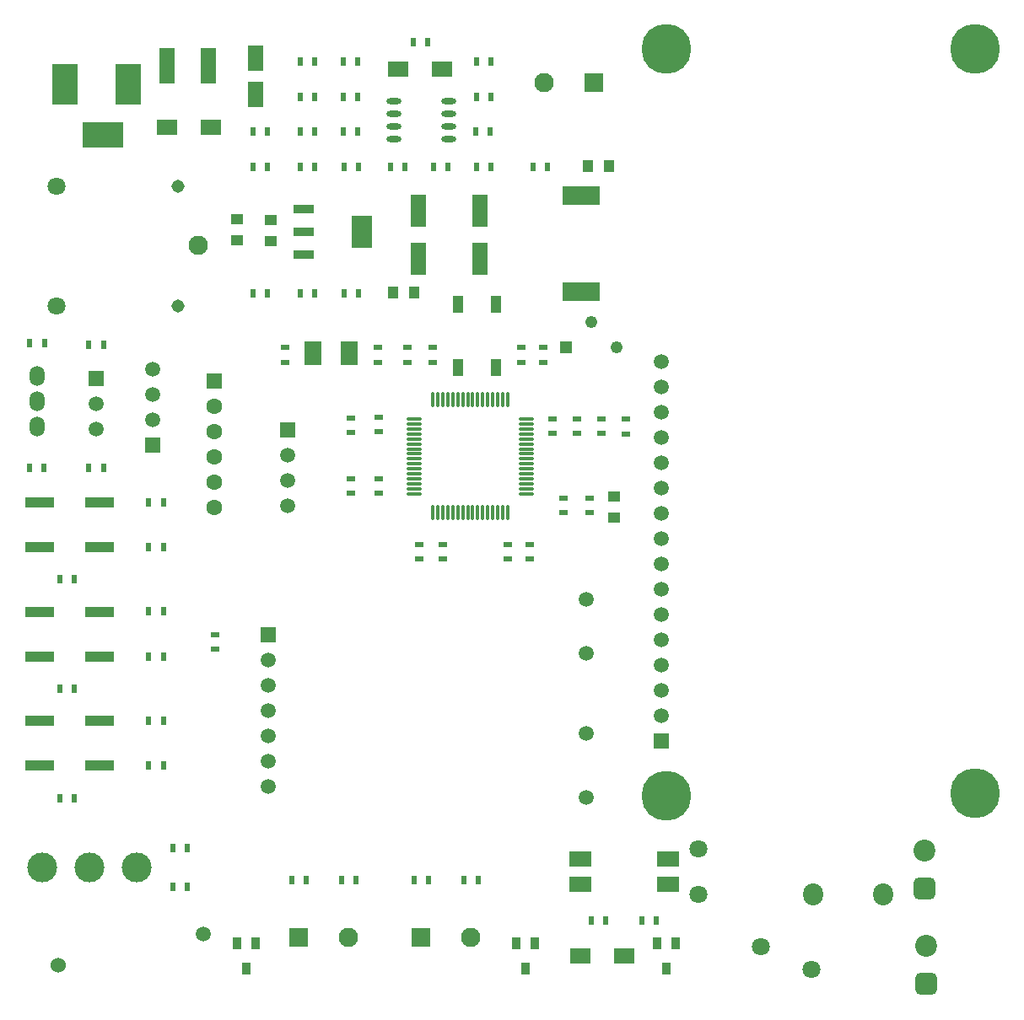
<source format=gbr>
%TF.GenerationSoftware,Altium Limited,Altium Designer,24.9.1 (31)*%
G04 Layer_Color=255*
%FSLAX45Y45*%
%MOMM*%
%TF.SameCoordinates,54C84388-69FA-44E8-9161-08C7B8D1B229*%
%TF.FilePolarity,Positive*%
%TF.FileFunction,Pads,Top*%
%TF.Part,Single*%
G01*
G75*
%TA.AperFunction,SMDPad,CuDef*%
%ADD10R,0.55000X0.90000*%
%ADD11R,0.85000X1.20000*%
%ADD12R,2.10000X1.55000*%
%ADD13R,0.90000X0.55000*%
%ADD14R,1.20000X1.10000*%
%ADD15R,3.80000X1.90000*%
%ADD16R,3.00000X1.00000*%
G04:AMPARAMS|DCode=17|XSize=1.49mm|YSize=0.28mm|CornerRadius=0.07mm|HoleSize=0mm|Usage=FLASHONLY|Rotation=0.000|XOffset=0mm|YOffset=0mm|HoleType=Round|Shape=RoundedRectangle|*
%AMROUNDEDRECTD17*
21,1,1.49000,0.14000,0,0,0.0*
21,1,1.35000,0.28000,0,0,0.0*
1,1,0.14000,0.67500,-0.07000*
1,1,0.14000,-0.67500,-0.07000*
1,1,0.14000,-0.67500,0.07000*
1,1,0.14000,0.67500,0.07000*
%
%ADD17ROUNDEDRECTD17*%
G04:AMPARAMS|DCode=18|XSize=1.49mm|YSize=0.28mm|CornerRadius=0.07mm|HoleSize=0mm|Usage=FLASHONLY|Rotation=90.000|XOffset=0mm|YOffset=0mm|HoleType=Round|Shape=RoundedRectangle|*
%AMROUNDEDRECTD18*
21,1,1.49000,0.14000,0,0,90.0*
21,1,1.35000,0.28000,0,0,90.0*
1,1,0.14000,0.07000,0.67500*
1,1,0.14000,0.07000,-0.67500*
1,1,0.14000,-0.07000,-0.67500*
1,1,0.14000,-0.07000,0.67500*
%
%ADD18ROUNDEDRECTD18*%
%ADD19C,1.50000*%
%ADD20R,1.00000X1.70000*%
%ADD21R,1.70000X2.40000*%
%ADD22R,1.60000X3.20000*%
%ADD23R,2.15000X3.25000*%
%ADD24R,2.15000X0.90000*%
%ADD25R,2.20000X1.60000*%
%ADD26O,1.50000X0.60000*%
%ADD27R,1.52400X3.55600*%
%ADD28R,1.10000X1.20000*%
%ADD29R,1.60000X2.60000*%
%TA.AperFunction,ViaPad*%
%ADD39C,1.52400*%
%TA.AperFunction,ComponentPad*%
%ADD40C,3.00000*%
%ADD41C,1.52000*%
%ADD42R,1.52000X1.52000*%
%ADD43C,1.80000*%
%ADD44R,1.95000X1.95000*%
%ADD45C,1.95000*%
%ADD46O,2.00000X2.20000*%
%ADD47C,5.00000*%
%ADD48C,1.50800*%
%ADD49R,1.50800X1.50800*%
%ADD50O,1.50000X2.00000*%
%ADD51C,1.60000*%
%ADD52R,1.60000X1.60000*%
%ADD53R,1.22200X1.22200*%
%ADD54C,1.22200*%
%ADD55C,1.30800*%
%ADD56R,4.06400X2.54000*%
%ADD57R,2.54000X4.06400*%
%ADD58C,1.50000*%
%ADD59R,1.50000X1.50000*%
G04:AMPARAMS|DCode=60|XSize=2.2mm|YSize=2.2mm|CornerRadius=0.55mm|HoleSize=0mm|Usage=FLASHONLY|Rotation=90.000|XOffset=0mm|YOffset=0mm|HoleType=Round|Shape=RoundedRectangle|*
%AMROUNDEDRECTD60*
21,1,2.20000,1.10000,0,0,90.0*
21,1,1.10000,2.20000,0,0,90.0*
1,1,1.10000,0.55000,0.55000*
1,1,1.10000,0.55000,-0.55000*
1,1,1.10000,-0.55000,-0.55000*
1,1,1.10000,-0.55000,0.55000*
%
%ADD60ROUNDEDRECTD60*%
%ADD61C,2.20000*%
D10*
X1743820Y1630680D02*
D03*
X1598820D02*
D03*
Y1234440D02*
D03*
X1743820D02*
D03*
X6453824Y897740D02*
D03*
X6308824D02*
D03*
X5797440Y899160D02*
D03*
X5942440D02*
D03*
X4517170Y1305080D02*
D03*
X4662170D02*
D03*
X4162170D02*
D03*
X4017170D02*
D03*
X462820Y2129640D02*
D03*
X607820D02*
D03*
X462280Y3230880D02*
D03*
X607280D02*
D03*
X462280Y4330700D02*
D03*
X607280D02*
D03*
X1501900Y3550776D02*
D03*
X1356900D02*
D03*
X755540Y5443220D02*
D03*
X900540D02*
D03*
X161180D02*
D03*
X306180D02*
D03*
X900810Y6685280D02*
D03*
X755810D02*
D03*
X162340Y6697980D02*
D03*
X307340D02*
D03*
X2549540Y7195820D02*
D03*
X2404540D02*
D03*
X2876860Y7197240D02*
D03*
X3021860D02*
D03*
X3458320D02*
D03*
X3313320D02*
D03*
X2404000Y8470900D02*
D03*
X2549000D02*
D03*
X2873900Y9173260D02*
D03*
X3018900D02*
D03*
X2873900Y9525000D02*
D03*
X3018900D02*
D03*
X2935080Y1305080D02*
D03*
X2790080D02*
D03*
X3290190Y1306500D02*
D03*
X3435190D02*
D03*
X1356360Y2903363D02*
D03*
X1501360D02*
D03*
X1501900Y4649609D02*
D03*
X1356900D02*
D03*
X4152900Y9720580D02*
D03*
X4007900D02*
D03*
X4644280Y9525000D02*
D03*
X4789280D02*
D03*
X4789820Y9172213D02*
D03*
X4644820D02*
D03*
X4644280Y8470900D02*
D03*
X4789280D02*
D03*
X4636660Y8821420D02*
D03*
X4781660D02*
D03*
X5359620Y8469480D02*
D03*
X5214620D02*
D03*
X3313320Y8470900D02*
D03*
X3458320D02*
D03*
X4360290Y8469480D02*
D03*
X4215290D02*
D03*
X3930760D02*
D03*
X3785760D02*
D03*
X3019440D02*
D03*
X2874440D02*
D03*
X3451240Y8820846D02*
D03*
X3306240D02*
D03*
X2873900Y8822267D02*
D03*
X3018900D02*
D03*
X1356900Y2452653D02*
D03*
X1501900D02*
D03*
X1501360Y5101028D02*
D03*
X1356360D02*
D03*
X1501360Y4002196D02*
D03*
X1356360D02*
D03*
X3306240Y9172213D02*
D03*
X3451240D02*
D03*
X2401460Y8821420D02*
D03*
X2546460D02*
D03*
X3450700Y9525000D02*
D03*
X3305700D02*
D03*
D11*
X6646291Y668561D02*
D03*
X6457310Y668020D02*
D03*
X6551290Y418559D02*
D03*
X2426721Y668561D02*
D03*
X2237740Y668020D02*
D03*
X2331720Y418559D02*
D03*
X5137885D02*
D03*
X5043905Y668020D02*
D03*
X5232886Y668561D02*
D03*
D12*
X5690950Y543560D02*
D03*
X6130950D02*
D03*
X1541170Y8864600D02*
D03*
X1981170D02*
D03*
X3860220Y9448800D02*
D03*
X4300220D02*
D03*
D13*
X2021840Y3766820D02*
D03*
Y3621820D02*
D03*
X5181600Y4532520D02*
D03*
Y4677520D02*
D03*
X4957740D02*
D03*
Y4532520D02*
D03*
X4307740Y4678680D02*
D03*
Y4533680D02*
D03*
X4066540Y4678680D02*
D03*
Y4533680D02*
D03*
X6146800Y5788113D02*
D03*
Y5933113D02*
D03*
X5901663Y5933653D02*
D03*
Y5788653D02*
D03*
X5655105Y5933653D02*
D03*
Y5788653D02*
D03*
X5408548Y5933653D02*
D03*
Y5788653D02*
D03*
X3662680Y5951440D02*
D03*
Y5806440D02*
D03*
X3660140Y5335180D02*
D03*
Y5190180D02*
D03*
X3380740Y5335180D02*
D03*
Y5190180D02*
D03*
X5316220Y6652800D02*
D03*
Y6507800D02*
D03*
X3380740Y5947520D02*
D03*
Y5802520D02*
D03*
X5095240Y6652800D02*
D03*
Y6507800D02*
D03*
X4207030Y6507260D02*
D03*
Y6652260D02*
D03*
X3954780Y6507260D02*
D03*
Y6652260D02*
D03*
X3655060Y6507260D02*
D03*
Y6652260D02*
D03*
X2722880Y6652800D02*
D03*
Y6507800D02*
D03*
X5781040Y4995221D02*
D03*
Y5140221D02*
D03*
X5516880Y4995221D02*
D03*
Y5140221D02*
D03*
D14*
X6027160Y5155940D02*
D03*
Y4945940D02*
D03*
X2580640Y7935820D02*
D03*
Y7725820D02*
D03*
X2245360Y7730900D02*
D03*
Y7940900D02*
D03*
D15*
X5700000Y7216140D02*
D03*
Y8176140D02*
D03*
D16*
X857621Y2902653D02*
D03*
Y2452653D02*
D03*
X257621Y2902653D02*
D03*
Y2452653D02*
D03*
X857621Y4001486D02*
D03*
Y3551486D02*
D03*
X257621Y4001486D02*
D03*
Y3551486D02*
D03*
X857621Y5100319D02*
D03*
Y4650319D02*
D03*
X257621Y5100319D02*
D03*
Y4650319D02*
D03*
D17*
X4015740Y5935180D02*
D03*
Y5885180D02*
D03*
Y5835180D02*
D03*
Y5785180D02*
D03*
Y5735180D02*
D03*
Y5685180D02*
D03*
Y5635180D02*
D03*
Y5585180D02*
D03*
Y5535180D02*
D03*
Y5485180D02*
D03*
Y5435180D02*
D03*
Y5385180D02*
D03*
Y5335180D02*
D03*
Y5285180D02*
D03*
Y5235180D02*
D03*
Y5185180D02*
D03*
X5149740D02*
D03*
Y5235180D02*
D03*
Y5285180D02*
D03*
Y5335180D02*
D03*
Y5385180D02*
D03*
Y5435180D02*
D03*
Y5485180D02*
D03*
Y5535180D02*
D03*
Y5585180D02*
D03*
Y5635180D02*
D03*
Y5685180D02*
D03*
Y5735180D02*
D03*
Y5785180D02*
D03*
Y5835180D02*
D03*
Y5885180D02*
D03*
Y5935180D02*
D03*
D18*
X4207740Y4993180D02*
D03*
X4257740D02*
D03*
X4307740D02*
D03*
X4357740D02*
D03*
X4407740D02*
D03*
X4457740D02*
D03*
X4507740D02*
D03*
X4557740D02*
D03*
X4607740D02*
D03*
X4657740D02*
D03*
X4707740D02*
D03*
X4757740D02*
D03*
X4807740D02*
D03*
X4857740D02*
D03*
X4907740D02*
D03*
X4957740D02*
D03*
Y6127180D02*
D03*
X4907740D02*
D03*
X4857740D02*
D03*
X4807740D02*
D03*
X4757740D02*
D03*
X4707740D02*
D03*
X4657740D02*
D03*
X4607740D02*
D03*
X4557740D02*
D03*
X4507740D02*
D03*
X4457740D02*
D03*
X4407740D02*
D03*
X4357740D02*
D03*
X4307740D02*
D03*
X4257740D02*
D03*
X4207740D02*
D03*
D19*
X5748020Y2138680D02*
D03*
Y4127500D02*
D03*
X5745480Y3586480D02*
D03*
X1902460Y762000D02*
D03*
X5748020Y2776220D02*
D03*
D20*
X4460000Y7085000D02*
D03*
Y6455000D02*
D03*
X4840000D02*
D03*
Y7085000D02*
D03*
D21*
X3370160Y6593840D02*
D03*
X3000160D02*
D03*
D22*
X4678680Y7547640D02*
D03*
Y8027640D02*
D03*
X4061460D02*
D03*
Y7547640D02*
D03*
D23*
X3498480Y7818120D02*
D03*
D24*
X2912480Y7589120D02*
D03*
Y7818120D02*
D03*
Y8047120D02*
D03*
D25*
X5685790Y1516380D02*
D03*
Y1262380D02*
D03*
X6572250D02*
D03*
Y1516380D02*
D03*
D26*
X4364400Y8750300D02*
D03*
Y8877300D02*
D03*
Y9004300D02*
D03*
Y9131300D02*
D03*
X3814400Y8750300D02*
D03*
Y8877300D02*
D03*
Y9004300D02*
D03*
Y9131300D02*
D03*
D27*
X1955800Y9481820D02*
D03*
X1535660D02*
D03*
D28*
X5764940Y8473440D02*
D03*
X5974940D02*
D03*
X3806600Y7203440D02*
D03*
X4016600D02*
D03*
D29*
X2428240Y9197680D02*
D03*
Y9557680D02*
D03*
D39*
X450000Y450000D02*
D03*
D40*
X760161Y1428000D02*
D03*
X290161D02*
D03*
X1230161D02*
D03*
D41*
X2552700Y3004820D02*
D03*
Y2242820D02*
D03*
Y2496820D02*
D03*
Y2750820D02*
D03*
Y3512820D02*
D03*
Y3258820D02*
D03*
X828040Y6085840D02*
D03*
Y5831840D02*
D03*
X1391920Y6438900D02*
D03*
Y6184900D02*
D03*
Y5930900D02*
D03*
D42*
X2552700Y3766820D02*
D03*
X828040Y6339840D02*
D03*
X1391920Y5676900D02*
D03*
D43*
X7500620Y640080D02*
D03*
X8008620Y411480D02*
D03*
X6875340Y1619780D02*
D03*
Y1159780D02*
D03*
X431400Y7070800D02*
D03*
Y8270800D02*
D03*
D44*
X2862960Y730080D02*
D03*
X5826380Y9311640D02*
D03*
X4089400Y730080D02*
D03*
D45*
X3362960D02*
D03*
X5326380Y9311640D02*
D03*
X4589400Y730080D02*
D03*
X1851400Y7682800D02*
D03*
D46*
X8725340Y1159780D02*
D03*
X8025340D02*
D03*
D47*
X6550660Y9649460D02*
D03*
X9650660D02*
D03*
X9650060Y2178360D02*
D03*
X6550660Y2149460D02*
D03*
D48*
X6500660Y6509460D02*
D03*
Y6255460D02*
D03*
Y6001460D02*
D03*
Y5747460D02*
D03*
Y5493460D02*
D03*
Y5239460D02*
D03*
Y4985460D02*
D03*
Y4731460D02*
D03*
Y4477460D02*
D03*
Y4223460D02*
D03*
Y3715460D02*
D03*
Y3461460D02*
D03*
Y3207460D02*
D03*
Y2953460D02*
D03*
Y3969460D02*
D03*
D49*
Y2699460D02*
D03*
D50*
X236220Y5859780D02*
D03*
Y6113780D02*
D03*
Y6367780D02*
D03*
D51*
X2012640Y5045519D02*
D03*
Y5299519D02*
D03*
Y5553519D02*
D03*
Y5807519D02*
D03*
Y6061519D02*
D03*
D52*
Y6315519D02*
D03*
D53*
X5546000Y6657340D02*
D03*
D54*
X5800000Y6911340D02*
D03*
X6054000Y6657340D02*
D03*
D55*
X1651400Y8270800D02*
D03*
Y7070800D02*
D03*
D56*
X899160Y8788400D02*
D03*
D57*
X518160Y9296400D02*
D03*
X1153160D02*
D03*
D58*
X2753360Y5067300D02*
D03*
Y5321300D02*
D03*
Y5575300D02*
D03*
D59*
Y5829300D02*
D03*
D60*
X9157062Y266706D02*
D03*
X9141822Y1216666D02*
D03*
D61*
X9157062Y647706D02*
D03*
X9141822Y1597666D02*
D03*
%TF.MD5,5bbe6b2b68429dd7f26c22279b5dfe0a*%
M02*

</source>
